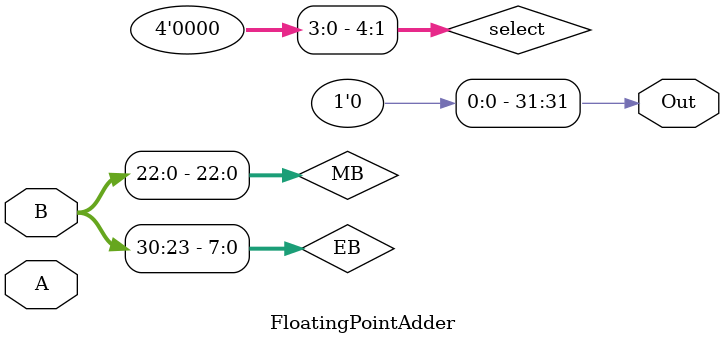
<source format=v>
module  FloatingPointAdder(  input [31:0] A,
input [31:0] B, output [31:0] Out
);
wire [22:0]MA; wire [22:0]MB; wire [7:0]EA; wire [7:0]EB;
// Procuring the value of Mantissa MA and MB assign MA[22:0]=A[22:0];
assign MB[22:0]=B[22:0];
// Procuring the value of Exponents EA and EB assign EA = A[30:23];
assign EB = B[30:23];
// Calculation of the magnitude of the subtraction of the exponents // This will be used to decide the input given to right shifter
wire [7:0]Modulo;
wire Borrow;
Sub_Result subtract(EA,EB,Modulo,Borrow);
// The input with lower exponent value passed to the right shifter unit
// Multiplexer 1 required for the right shifter unit // Multiplexer 2 required for the 24 Bit adder wire [23:0]mux1out;
wire [23:0]mux2out;
Mux24 rightshiftertop(MB,MA,Borrow,mux1out);
Mux24 addertop(MA,MB,Borrow,mux2out);
wire [23:0]outshift;
// control input for the barrel_shifter procured from the output of subtraction operation(Max 5 bits required)
wire [4:0]shiftdiff;
assign shiftdiff = Modulo[4:0];
BarrelShifter rightshift(mux1out,outshift,shiftdiff);
// 24 Bit Adder
wire [23:0]adderout;
wire cout;
Adder_24Bit A1(mux2out,outshift,adderout,cout);
// The maximum of the both inputs' exponents is calculated and used as final exponent if cout = 0, otherwise incremented
wire [7:0]maxexp ;
Mux_8 expmax(EA,EB,Borrow,maxexp);
// Calculation of the exponent of the output after observing the carry operation of the 24 bit adder
wire [7:0]expfinal;
ControlledIncrementor finexp(cout,maxexp,expfinal);
wire [23:0]finalM;
// Calculating the selection lines for final shifting operation
wire [4:0]select;
assign select[4:1] = 4'b0000;
BarrelShifter finalshifter(adderout,finalM,select); 
assign Out[31] = 0;//Positive Number Addition
// Mux24 addertop(MA,MB,Borrow,mux2out);
// control input for the barrel_shifter procured from the output of subtraction operation(Max 5 bits required)

// BarrelShifter rightshift(mux1out,outshift,shiftdiff);
// 24 Bit Adder

// Adder_24Bit A1(mux2out,outshift,adderout,cout);
// The maximum of the both inputs' exponents is calculated and used as final exponent if cout = 0, otherwise incremented

// Mux_8 expmax(EA,EB,Borrow,maxexp);
// Calculation of the exponent of the output after observing the carry operation of the 24 bit adder
// ControlledIncrementor finexp(cout,maxexp,expfinal);

// Calculating the selection lines for final shifting operation wire [4:0]select;
assign select[4:1] = 4'b0000;
assign select[0] = cout;
endmodule
</source>
